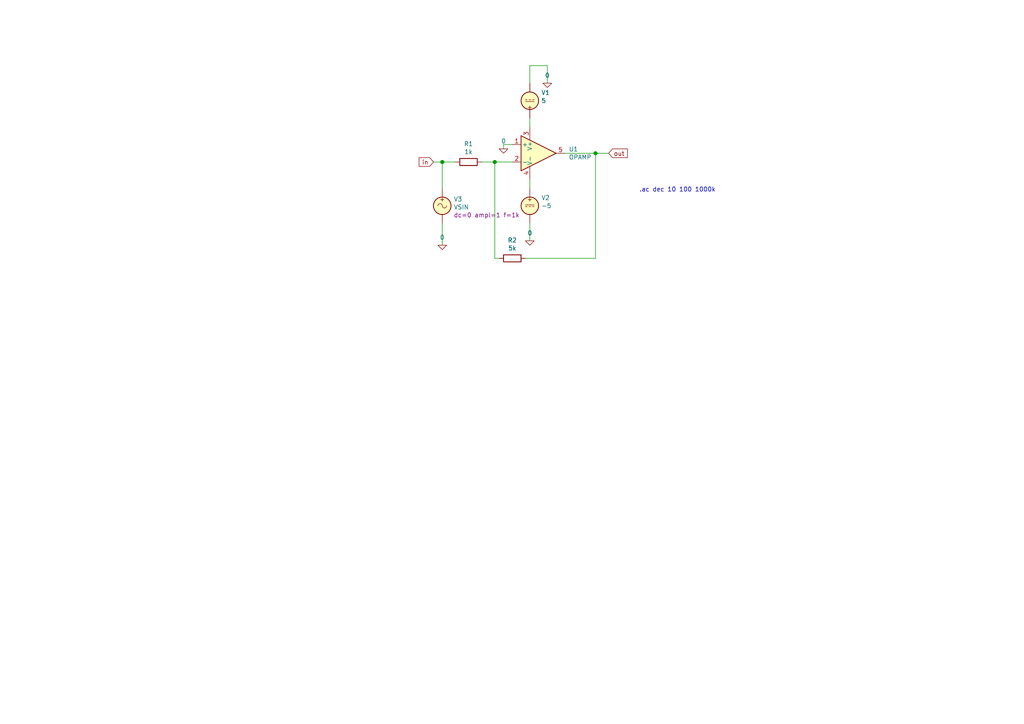
<source format=kicad_sch>
(kicad_sch (version 20210406) (generator eeschema)
  (paper "A4")
  (lib_symbols
    (symbol "Device:R" (pin_numbers hide) (pin_names (offset 0))
      (property "Reference" "R" (at 2.032 0 90))
      (property "Value" "R" (at 0 0 90))
      (symbol "R_0_1"
        (rectangle (start -1.016 -2.54) (end 1.016 2.54) (stroke (width 0.254)))
      )
      (symbol "R_1_1"
        (pin passive line (at 0 3.81 270) (length 1.27) (name "~") (number "1"))
        (pin passive line (at 0 -3.81 90) (length 1.27) (name "~") (number "2"))
      )
    )
    (symbol "OpAmp-rescue:OPAMP-pspice" (pin_names (offset 0.254))
      (property "Reference" "U" (at 3.81 3.175 0))
      (property "Value" "OPAMP-pspice" (at 3.81 -3.175 0))
      (symbol "OPAMP-pspice_0_1"
        (polyline (pts (xy 5.08 0) (xy -5.08 5.08) (xy -5.08 -5.08) (xy 5.08 0)) (stroke (width 0.254)) (fill (type background)))
      )
      (symbol "OPAMP-pspice_1_1"
        (pin input line (at -7.62 2.54 0) (length 2.54) (name "+") (number "1"))
        (pin input line (at -7.62 -2.54 0) (length 2.54) (name "-") (number "2"))
        (pin power_in line (at -2.54 7.62 270) (length 3.81) (name "V+") (number "3"))
        (pin power_in line (at -2.54 -7.62 90) (length 3.81) (name "V-") (number "4"))
        (pin output line (at 7.62 0 180) (length 2.54) (name "~") (number "5"))
      )
    )
    (symbol "Simulation_SPICE:VDC" (pin_numbers hide) (pin_names (offset 0.0254))
      (property "Reference" "V" (at 2.54 2.54 0))
      (property "Value" "VDC" (at 2.54 0 0))
      (property "Spice_Model" "dc(1)" (at 2.54 -2.54 0))
      (symbol "VDC_0_0"
        (text "+" (at 0 1.905 0) (effects (font (size 1.27 1.27))))
        (polyline (pts (xy -1.27 0.254) (xy 1.27 0.254)))
        (polyline (pts (xy -0.762 -0.254) (xy -1.27 -0.254)))
        (polyline (pts (xy 0.254 -0.254) (xy -0.254 -0.254)))
        (polyline (pts (xy 1.27 -0.254) (xy 0.762 -0.254)))
      )
      (symbol "VDC_0_1"
        (circle (center 0 0) (radius 2.54) (stroke (width 0.254)) (fill (type background)))
      )
      (symbol "VDC_1_1"
        (pin passive line (at 0 5.08 270) (length 2.54) (name "~") (number "1"))
        (pin passive line (at 0 -5.08 90) (length 2.54) (name "~") (number "2"))
      )
    )
    (symbol "Simulation_SPICE:VSIN" (pin_numbers hide) (pin_names (offset 0.0254))
      (property "Reference" "V" (at 2.54 2.54 0))
      (property "Value" "VSIN" (at 2.54 0 0))
      (property "Spice_Model" "sin(0 1 1k)" (at 2.54 -2.54 0))
      (symbol "VSIN_0_0"
        (arc (start 0 0) (end -1.27 0) (radius (at -0.635 0) (length 0.635) (angles 0.1 180)))
        (arc (start 0 0) (end 1.27 0) (radius (at 0.635 0) (length 0.635) (angles 180 -0.1)))
        (text "+" (at 0 1.905 0) (effects (font (size 1.27 1.27))))
      )
      (symbol "VSIN_0_1"
        (circle (center 0 0) (radius 2.54) (stroke (width 0.254)) (fill (type background)))
      )
      (symbol "VSIN_1_1"
        (pin passive line (at 0 5.08 270) (length 2.54) (name "~") (number "1"))
        (pin passive line (at 0 -5.08 90) (length 2.54) (name "~") (number "2"))
      )
    )
    (symbol "pspice:0" (power) (pin_names (offset 0))
      (property "Value" "0" (at 0 -1.778 0))
      (symbol "0_0_1"
        (polyline (pts (xy -1.27 0) (xy 0 -1.27) (xy 1.27 0) (xy -1.27 0)))
      )
      (symbol "0_1_1"
        (pin power_in line (at 0 0 0) (length 0) hide (name "0") (number "1"))
      )
    )
  )
  (junction (at 128.27 46.99) (diameter 1.016))
  (junction (at 143.51 46.99) (diameter 1.016))
  (junction (at 172.72 44.45) (diameter 1.016))
  (wire (pts (xy 125.73 46.99) (xy 128.27 46.99)))
  (wire (pts (xy 128.27 46.99) (xy 128.27 54.61)))
  (wire (pts (xy 128.27 46.99) (xy 132.08 46.99)))
  (wire (pts (xy 128.27 64.77) (xy 128.27 71.12)))
  (wire (pts (xy 143.51 46.99) (xy 139.7 46.99)))
  (wire (pts (xy 143.51 46.99) (xy 148.59 46.99)))
  (wire (pts (xy 143.51 74.93) (xy 143.51 46.99)))
  (wire (pts (xy 144.78 74.93) (xy 143.51 74.93)))
  (wire (pts (xy 146.05 41.91) (xy 148.59 41.91)))
  (wire (pts (xy 146.05 43.18) (xy 146.05 41.91)))
  (wire (pts (xy 152.4 74.93) (xy 172.72 74.93)))
  (wire (pts (xy 153.67 19.05) (xy 158.75 19.05)))
  (wire (pts (xy 153.67 24.13) (xy 153.67 19.05)))
  (wire (pts (xy 153.67 36.83) (xy 153.67 34.29)))
  (wire (pts (xy 153.67 54.61) (xy 153.67 52.07)))
  (wire (pts (xy 153.67 69.85) (xy 153.67 64.77)))
  (wire (pts (xy 158.75 19.05) (xy 158.75 24.13)))
  (wire (pts (xy 172.72 44.45) (xy 163.83 44.45)))
  (wire (pts (xy 172.72 44.45) (xy 176.53 44.45)))
  (wire (pts (xy 172.72 74.93) (xy 172.72 44.45)))
  (text ".ac dec 10 100 1000k" (at 185.42 55.88 0) (effects (font (size 1.27 1.27)) (justify left bottom)))
  (global_label "in" (shape input) (at 125.73 46.99 180) (property "Intersheet References" "${INTERSHEET_REFS}" (effects hide)))
  (global_label "out" (shape input) (at 176.53 44.45 0) (property "Intersheet References" "${INTERSHEET_REFS}" (effects hide)))
  (symbol (lib_id "pspice:0") (at 128.27 71.12 0) (unit 1)
    (property "Reference" "#GND01" (effects hide))
    (property "Value" "0" (at 128.27 68.8594 0))
  )
  (symbol (lib_id "pspice:0") (at 146.05 43.18 0) (unit 1)
    (property "Reference" "#GND02" (effects hide))
    (property "Value" "0" (at 146.05 40.9194 0))
  )
  (symbol (lib_id "pspice:0") (at 153.67 69.85 0) (unit 1)
    (property "Reference" "#GND03" (effects hide))
    (property "Value" "0" (at 153.67 67.5894 0))
  )
  (symbol (lib_id "pspice:0") (at 158.75 24.13 0) (unit 1)
    (property "Reference" "#GND04" (effects hide))
    (property "Value" "0" (at 158.75 21.8694 0))
  )
  (symbol (lib_id "Device:R") (at 135.89 46.99 270) (unit 1)
    (property "Reference" "R1" (at 135.89 41.7322 90))
    (property "Value" "1k" (at 135.89 44.0436 90))
  )
  (symbol (lib_id "Device:R") (at 148.59 74.93 270) (unit 1)
    (property "Reference" "R2" (at 148.59 69.6722 90))
    (property "Value" "5k" (at 148.59 71.9836 90))
  )
  (symbol (lib_id "Simulation_SPICE:VSIN") (at 128.27 59.69 0) (unit 1)
    (property "Reference" "V3" (at 131.5721 57.7798 0) (effects (justify left)))
    (property "Value" "VSIN" (at 131.5721 60.0785 0) (effects (justify left)))
    (property "Spice_Netlist_Enabled" "Y" (effects hide))
    (property "Spice_Primitive" "V" (effects hide))
    (property "Spice_Model" "sin(0 1 1k)" (at 131.5721 62.3772 0) (effects (justify left)))
  )
  (symbol (lib_id "Simulation_SPICE:VDC") (at 153.67 29.21 180) (unit 1)
    (property "Reference" "V1" (at 156.972 26.8986 0) (effects (justify right)))
    (property "Value" "VDC" (at 156.972 29.21 0) (effects (justify right)))
    (property "Spice_Netlist_Enabled" "Y" (effects hide))
    (property "Spice_Primitive" "V" (effects hide))
    (property "Spice_Model" "dc(5)" (at 156.972 31.5214 0) (effects (justify right)))
  )
  (symbol (lib_id "Simulation_SPICE:VDC") (at 153.67 59.69 0) (unit 1)
    (property "Reference" "V2" (at 156.972 57.3786 0) (effects (justify left)))
    (property "Value" "VDC" (at 156.972 59.69 0) (effects (justify left)))
    (property "Spice_Netlist_Enabled" "Y" (effects hide))
    (property "Spice_Primitive" "V" (effects hide))
    (property "Spice_Model" "dc(-5)" (at 156.972 62.0014 0) (effects (justify left)))
  )
  (symbol (lib_id "OpAmp-rescue:OPAMP-pspice") (at 156.21 44.45 0) (unit 1)
    (property "Reference" "U1" (at 164.9476 43.2816 0) (effects (justify left)))
    (property "Value" "OPAMP" (at 164.9476 45.593 0) (effects (justify left)))
    (property "Spice_Primitive" "X" (effects hide))
    (property "Spice_Model" "LM741" (effects hide))
    (property "Spice_Netlist_Enabled" "Y" (effects hide))
    (property "Spice_Lib_File" "/home/zhakl/Documents/KiCad/ngspice libraries/library/opamp.lib" (effects hide))
  )
)
</source>
